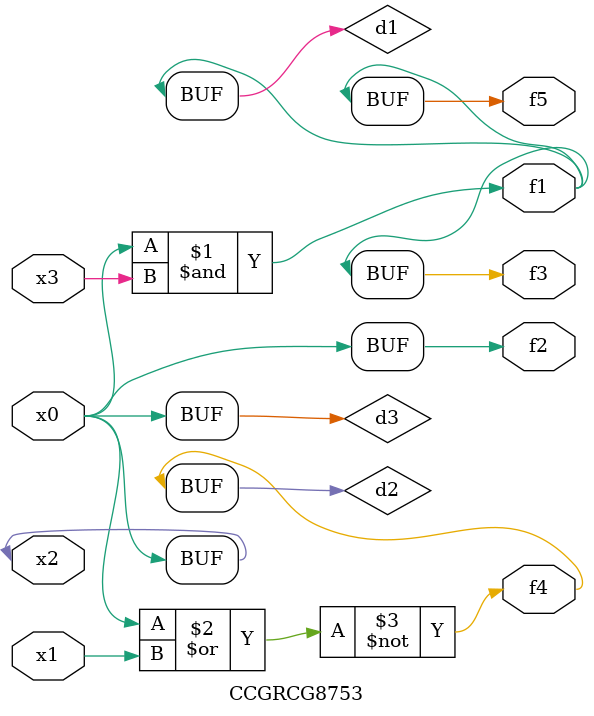
<source format=v>
module CCGRCG8753(
	input x0, x1, x2, x3,
	output f1, f2, f3, f4, f5
);

	wire d1, d2, d3;

	and (d1, x2, x3);
	nor (d2, x0, x1);
	buf (d3, x0, x2);
	assign f1 = d1;
	assign f2 = d3;
	assign f3 = d1;
	assign f4 = d2;
	assign f5 = d1;
endmodule

</source>
